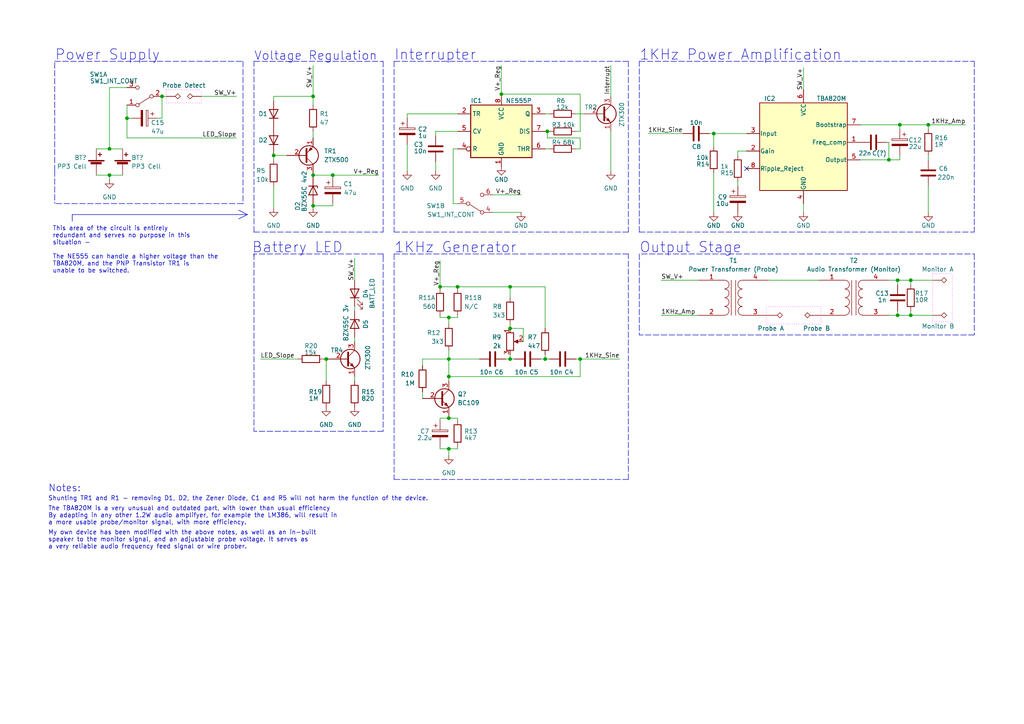
<source format=kicad_sch>
(kicad_sch (version 20211123) (generator eeschema)
  (paper "A4")
  (title_block (title "BT 87F Oscillator") (date "29 Oct 2022") (company "Reverse Engineered by ADBeta") (comment 2 "See notes for modifications"))
  (lib_symbols
    (symbol "Connector:TestPoint_Alt" (pin_numbers hide) (pin_names (offset 0.762) hide)
      (property "Reference" "TP" (at 0 6.858 0))
      (property "Value" "TestPoint_Alt" (at 0 5.08 0))
      (symbol "TestPoint_Alt_0_1"
        (polyline (pts (xy 0 2.54) (xy -0.762 3.302) (xy 0 4.064) (xy 0.762 3.302) (xy 0 2.54)))
      )
      (symbol "TestPoint_Alt_1_1"
        (pin passive line (at 0 0 90) (length 2.54) (name "1") (number "1"))
      )
    )
    (symbol "Device:Battery_Cell" (pin_numbers hide) (pin_names (offset 0) hide)
      (property "Reference" "BT" (at 2.54 2.54 0))
      (property "Value" "Battery_Cell" (at 2.54 0 0))
      (symbol "Battery_Cell_0_1"
        (rectangle (start -2.286 1.778) (end 2.286 1.524) (fill (type outline)))
        (rectangle (start -1.5748 1.1938) (end 1.4732 0.6858) (fill (type outline)))
        (polyline (pts (xy 0 0.762) (xy 0 0)))
        (polyline (pts (xy 0 1.778) (xy 0 2.54)))
        (polyline (pts (xy 0.508 3.429) (xy 1.524 3.429)) (stroke (width 0.254)))
        (polyline (pts (xy 1.016 3.937) (xy 1.016 2.921)) (stroke (width 0.254)))
      )
      (symbol "Battery_Cell_1_1"
        (pin passive line (at 0 5.08 270) (length 2.54) (name "+") (number "1"))
        (pin passive line (at 0 -2.54 90) (length 2.54) (name "-") (number "2"))
      )
    )
    (symbol "Device:C" (pin_numbers hide) (pin_names (offset 0.254))
      (property "Reference" "C" (at 0.635 2.54 0))
      (property "Value" "C" (at 0.635 -2.54 0))
      (symbol "C_0_1"
        (polyline (pts (xy -2.032 -0.762) (xy 2.032 -0.762)) (stroke (width 0.508)))
        (polyline (pts (xy -2.032 0.762) (xy 2.032 0.762)) (stroke (width 0.508)))
      )
      (symbol "C_1_1"
        (pin passive line (at 0 3.81 270) (length 2.794) (name "~") (number "1"))
        (pin passive line (at 0 -3.81 90) (length 2.794) (name "~") (number "2"))
      )
    )
    (symbol "Device:C_Polarized" (pin_numbers hide) (pin_names (offset 0.254))
      (property "Reference" "C" (at 0.635 2.54 0))
      (property "Value" "C_Polarized" (at 0.635 -2.54 0))
      (symbol "C_Polarized_0_1"
        (rectangle (start -2.286 0.508) (end 2.286 1.016))
        (polyline (pts (xy -1.778 2.286) (xy -0.762 2.286)))
        (polyline (pts (xy -1.27 2.794) (xy -1.27 1.778)))
        (rectangle (start 2.286 -0.508) (end -2.286 -1.016) (fill (type outline)))
      )
      (symbol "C_Polarized_1_1"
        (pin passive line (at 0 3.81 270) (length 2.794) (name "~") (number "1"))
        (pin passive line (at 0 -3.81 90) (length 2.794) (name "~") (number "2"))
      )
    )
    (symbol "Device:D" (pin_numbers hide) (pin_names (offset 1.016) hide)
      (property "Reference" "D" (at 0 2.54 0))
      (property "Value" "D" (at 0 -2.54 0))
      (symbol "D_0_1"
        (polyline (pts (xy -1.27 1.27) (xy -1.27 -1.27)) (stroke (width 0.254)))
        (polyline (pts (xy 1.27 0) (xy -1.27 0)))
        (polyline (pts (xy 1.27 1.27) (xy 1.27 -1.27) (xy -1.27 0) (xy 1.27 1.27)) (stroke (width 0.254)))
      )
      (symbol "D_1_1"
        (pin passive line (at -3.81 0 0) (length 2.54) (name "K") (number "1"))
        (pin passive line (at 3.81 0 180) (length 2.54) (name "A") (number "2"))
      )
    )
    (symbol "Device:D_Zener" (pin_numbers hide) (pin_names (offset 1.016) hide)
      (property "Reference" "D" (at 0 2.54 0))
      (property "Value" "D_Zener" (at 0 -2.54 0))
      (symbol "D_Zener_0_1"
        (polyline (pts (xy 1.27 0) (xy -1.27 0)))
        (polyline (pts (xy -1.27 -1.27) (xy -1.27 1.27) (xy -0.762 1.27)) (stroke (width 0.254)))
        (polyline (pts (xy 1.27 -1.27) (xy 1.27 1.27) (xy -1.27 0) (xy 1.27 -1.27)) (stroke (width 0.254)))
      )
      (symbol "D_Zener_1_1"
        (pin passive line (at -3.81 0 0) (length 2.54) (name "K") (number "1"))
        (pin passive line (at 3.81 0 180) (length 2.54) (name "A") (number "2"))
      )
    )
    (symbol "Device:LED" (pin_numbers hide) (pin_names (offset 1.016) hide)
      (property "Reference" "D" (at 0 2.54 0))
      (property "Value" "LED" (at 0 -2.54 0))
      (symbol "LED_0_1"
        (polyline (pts (xy -1.27 -1.27) (xy -1.27 1.27)) (stroke (width 0.254)))
        (polyline (pts (xy -1.27 0) (xy 1.27 0)))
        (polyline (pts (xy 1.27 -1.27) (xy 1.27 1.27) (xy -1.27 0) (xy 1.27 -1.27)) (stroke (width 0.254)))
        (polyline (pts (xy -3.048 -0.762) (xy -4.572 -2.286) (xy -3.81 -2.286) (xy -4.572 -2.286) (xy -4.572 -1.524)))
        (polyline (pts (xy -1.778 -0.762) (xy -3.302 -2.286) (xy -2.54 -2.286) (xy -3.302 -2.286) (xy -3.302 -1.524)))
      )
      (symbol "LED_1_1"
        (pin passive line (at -3.81 0 0) (length 2.54) (name "K") (number "1"))
        (pin passive line (at 3.81 0 180) (length 2.54) (name "A") (number "2"))
      )
    )
    (symbol "Device:Q_NPN_EBC" (pin_names (offset 0) hide)
      (property "Reference" "Q" (at 5.08 1.27 0))
      (property "Value" "Q_NPN_EBC" (at 5.08 -1.27 0))
      (symbol "Q_NPN_EBC_0_1"
        (polyline (pts (xy 0.635 0.635) (xy 2.54 2.54)))
        (polyline (pts (xy 0.635 -0.635) (xy 2.54 -2.54) (xy 2.54 -2.54)))
        (polyline (pts (xy 0.635 1.905) (xy 0.635 -1.905) (xy 0.635 -1.905)) (stroke (width 0.508)))
        (polyline (pts (xy 1.27 -1.778) (xy 1.778 -1.27) (xy 2.286 -2.286) (xy 1.27 -1.778) (xy 1.27 -1.778)) (fill (type outline)))
        (circle (center 1.27 0) (radius 2.8194) (stroke (width 0.254)))
      )
      (symbol "Q_NPN_EBC_1_1"
        (pin passive line (at 2.54 -5.08 90) (length 2.54) (name "E") (number "1"))
        (pin passive line (at -5.08 0 0) (length 5.715) (name "B") (number "2"))
        (pin passive line (at 2.54 5.08 270) (length 2.54) (name "C") (number "3"))
      )
    )
    (symbol "Device:Q_PNP_EBC" (pin_names (offset 0) hide)
      (property "Reference" "Q" (at 5.08 1.27 0))
      (property "Value" "Q_PNP_EBC" (at 5.08 -1.27 0))
      (symbol "Q_PNP_EBC_0_1"
        (polyline (pts (xy 0.635 0.635) (xy 2.54 2.54)))
        (polyline (pts (xy 0.635 -0.635) (xy 2.54 -2.54) (xy 2.54 -2.54)))
        (polyline (pts (xy 0.635 1.905) (xy 0.635 -1.905) (xy 0.635 -1.905)) (stroke (width 0.508)))
        (polyline (pts (xy 2.286 -1.778) (xy 1.778 -2.286) (xy 1.27 -1.27) (xy 2.286 -1.778) (xy 2.286 -1.778)) (fill (type outline)))
        (circle (center 1.27 0) (radius 2.8194) (stroke (width 0.254)))
      )
      (symbol "Q_PNP_EBC_1_1"
        (pin passive line (at 2.54 -5.08 90) (length 2.54) (name "E") (number "1"))
        (pin input line (at -5.08 0 0) (length 5.715) (name "B") (number "2"))
        (pin passive line (at 2.54 5.08 270) (length 2.54) (name "C") (number "3"))
      )
    )
    (symbol "Device:R" (pin_numbers hide) (pin_names (offset 0))
      (property "Reference" "R" (at 2.032 0 90))
      (property "Value" "R" (at 0 0 90))
      (symbol "R_0_1"
        (rectangle (start -1.016 -2.54) (end 1.016 2.54) (stroke (width 0.254)))
      )
      (symbol "R_1_1"
        (pin passive line (at 0 3.81 270) (length 1.27) (name "~") (number "1"))
        (pin passive line (at 0 -3.81 90) (length 1.27) (name "~") (number "2"))
      )
    )
    (symbol "Device:R_Potentiometer" (pin_names (offset 1.016) hide)
      (property "Reference" "RV" (at -4.445 0 90))
      (property "Value" "R_Potentiometer" (at -2.54 0 90))
      (symbol "R_Potentiometer_0_1"
        (polyline (pts (xy 2.54 0) (xy 1.524 0)))
        (polyline (pts (xy 1.143 0) (xy 2.286 0.508) (xy 2.286 -0.508) (xy 1.143 0)) (fill (type outline)))
        (rectangle (start 1.016 2.54) (end -1.016 -2.54) (stroke (width 0.254)))
      )
      (symbol "R_Potentiometer_1_1"
        (pin passive line (at 0 3.81 270) (length 1.27) (name "1") (number "1"))
        (pin passive line (at 3.81 0 180) (length 1.27) (name "2") (number "2"))
        (pin passive line (at 0 -3.81 90) (length 1.27) (name "3") (number "3"))
      )
    )
    (symbol "Device:Transformer_1P_1S" (pin_names (offset 1.016) hide)
      (property "Reference" "T" (at 0 6.35 0))
      (property "Value" "Transformer_1P_1S" (at 0 -7.62 0))
      (symbol "Transformer_1P_1S_0_1"
        (arc (start -2.54 -5.0546) (mid -1.6599 -4.6901) (end -1.27 -3.81))
        (arc (start -2.54 -2.5146) (mid -1.6599 -2.1501) (end -1.27 -1.27))
        (arc (start -2.54 0.0254) (mid -1.6599 0.3899) (end -1.27 1.27))
        (arc (start -2.54 2.5654) (mid -1.6599 2.9299) (end -1.27 3.81))
        (arc (start -1.27 -3.81) (mid -1.642 -2.912) (end -2.54 -2.54))
        (arc (start -1.27 -1.27) (mid -1.642 -0.372) (end -2.54 0))
        (arc (start -1.27 1.27) (mid -1.642 2.168) (end -2.54 2.54))
        (arc (start -1.27 3.81) (mid -1.642 4.708) (end -2.54 5.08))
        (polyline (pts (xy -0.635 5.08) (xy -0.635 -5.08)))
        (polyline (pts (xy 0.635 -5.08) (xy 0.635 5.08)))
        (arc (start 1.2954 -1.27) (mid 1.6599 -2.1501) (end 2.54 -2.5146))
        (arc (start 1.2954 1.27) (mid 1.6599 0.3899) (end 2.54 0.0254))
        (arc (start 1.2954 3.81) (mid 1.6599 2.9299) (end 2.54 2.5654))
        (arc (start 1.3208 -3.81) (mid 1.6853 -4.6901) (end 2.5654 -5.0546))
        (arc (start 2.54 0) (mid 1.642 -0.372) (end 1.2954 -1.27))
        (arc (start 2.54 2.54) (mid 1.642 2.168) (end 1.2954 1.27))
        (arc (start 2.54 5.08) (mid 1.642 4.708) (end 1.2954 3.81))
        (arc (start 2.5654 -2.54) (mid 1.6674 -2.912) (end 1.3208 -3.81))
      )
      (symbol "Transformer_1P_1S_1_1"
        (pin passive line (at -10.16 5.08 0) (length 7.62) (name "AA") (number "1"))
        (pin passive line (at -10.16 -5.08 0) (length 7.62) (name "AB") (number "2"))
        (pin passive line (at 10.16 -5.08 180) (length 7.62) (name "SA") (number "3"))
        (pin passive line (at 10.16 5.08 180) (length 7.62) (name "SB") (number "4"))
      )
    )
    (symbol "Switch:SW_DPDT_x2" (pin_names (offset 0) hide)
      (property "Reference" "SW" (at 0 4.318 0))
      (property "Value" "SW_DPDT_x2" (at 0 -5.08 0))
      (symbol "SW_DPDT_x2_0_0"
        (circle (center -2.032 0) (radius 0.508))
        (circle (center 2.032 -2.54) (radius 0.508))
      )
      (symbol "SW_DPDT_x2_0_1"
        (polyline (pts (xy -1.524 0.254) (xy 1.651 2.286)))
        (circle (center 2.032 2.54) (radius 0.508))
      )
      (symbol "SW_DPDT_x2_1_1"
        (pin passive line (at 5.08 2.54 180) (length 2.54) (name "A") (number "1"))
        (pin passive line (at -5.08 0 0) (length 2.54) (name "B") (number "2"))
        (pin passive line (at 5.08 -2.54 180) (length 2.54) (name "C") (number "3"))
      )
      (symbol "SW_DPDT_x2_2_1"
        (pin passive line (at 5.08 2.54 180) (length 2.54) (name "A") (number "4"))
        (pin passive line (at -5.08 0 0) (length 2.54) (name "B") (number "5"))
        (pin passive line (at 5.08 -2.54 180) (length 2.54) (name "C") (number "6"))
      )
    )
    (symbol "TBA820M_1" (pin_names (offset 0.127))
      (property "Reference" "U" (at -7.62 13.97 0))
      (property "Value" "TBA820M_1" (at 1.27 13.97 0))
      (symbol "TBA820M_1_0_1"
        (rectangle (start -12.7 12.7) (end 12.7 -12.7) (stroke (width 0.24)) (fill (type background)))
      )
      (symbol "TBA820M_1_1_1"
        (pin input line (at 16.51 1.27 180) (length 3.81) (name "Freq_comp") (number "1"))
        (pin input line (at -16.51 -1.27 0) (length 3.81) (name "Gain") (number "2"))
        (pin input line (at -16.51 3.81 0) (length 3.81) (name "Input") (number "3"))
        (pin power_in line (at 0 -16.51 90) (length 3.81) (name "GND") (number "4"))
        (pin output line (at 16.51 -3.81 180) (length 3.81) (name "Output") (number "5"))
        (pin power_in line (at 0 16.51 270) (length 3.81) (name "VCC") (number "6"))
        (pin input line (at 16.51 6.35 180) (length 3.81) (name "Bootstrap") (number "7"))
        (pin input line (at -16.51 -6.35 0) (length 3.81) (name "Ripple_Reject") (number "8"))
      )
    )
    (symbol "Timer:NA555P"
      (property "Reference" "U" (at -10.16 8.89 0))
      (property "Value" "NA555P" (at 2.54 8.89 0))
      (symbol "NA555P_0_0"
        (pin power_in line (at 0 -10.16 90) (length 2.54) (name "GND") (number "1"))
        (pin power_in line (at 0 10.16 270) (length 2.54) (name "VCC") (number "8"))
      )
      (symbol "NA555P_0_1"
        (rectangle (start -8.89 -7.62) (end 8.89 7.62) (stroke (width 0.254)) (fill (type background)))
        (rectangle (start -8.89 -7.62) (end 8.89 7.62) (stroke (width 0.254)) (fill (type background)))
      )
      (symbol "NA555P_1_1"
        (pin input line (at -12.7 5.08 0) (length 3.81) (name "TR") (number "2"))
        (pin output line (at 12.7 5.08 180) (length 3.81) (name "Q") (number "3"))
        (pin input inverted (at -12.7 -5.08 0) (length 3.81) (name "R") (number "4"))
        (pin input line (at -12.7 0 0) (length 3.81) (name "CV") (number "5"))
        (pin input line (at 12.7 -5.08 180) (length 3.81) (name "THR") (number "6"))
        (pin input line (at 12.7 0 180) (length 3.81) (name "DIS") (number "7"))
      )
    )
    (symbol "Transistor_BJT:BC109" (pin_names (offset 0) hide)
      (property "Reference" "Q" (at 5.08 1.905 0))
      (property "Value" "BC109" (at 5.08 0 0))
      (symbol "BC109_0_1"
        (polyline (pts (xy 0.635 0.635) (xy 2.54 2.54)))
        (polyline (pts (xy 0.635 -0.635) (xy 2.54 -2.54) (xy 2.54 -2.54)))
        (polyline (pts (xy 0.635 1.905) (xy 0.635 -1.905) (xy 0.635 -1.905)) (stroke (width 0.508)))
        (polyline (pts (xy 1.27 -1.778) (xy 1.778 -1.27) (xy 2.286 -2.286) (xy 1.27 -1.778) (xy 1.27 -1.778)) (fill (type outline)))
        (circle (center 1.27 0) (radius 2.8194) (stroke (width 0.254)))
      )
      (symbol "BC109_1_1"
        (pin passive line (at 2.54 -5.08 90) (length 2.54) (name "E") (number "1"))
        (pin input line (at -5.08 0 0) (length 5.715) (name "B") (number "2"))
        (pin passive line (at 2.54 5.08 270) (length 2.54) (name "C") (number "3"))
      )
    )
    (symbol "power:GND" (power) (pin_names (offset 0))
      (property "Value" "GND" (at 0 -3.81 0))
      (symbol "GND_0_1"
        (polyline (pts (xy 0 0) (xy 0 -1.27) (xy 1.27 -1.27) (xy 0 -2.54) (xy -1.27 -1.27) (xy 0 -1.27)))
      )
      (symbol "GND_1_1"
        (pin power_in line (at 0 0 270) (length 0) hide (name "GND") (number "1"))
      )
    )
  )
  (junction (at 147.955 83.185))
  (junction (at 260.35 81.28))
  (junction (at 46.99 27.94))
  (junction (at 207.01 38.735))
  (junction (at 96.52 50.8))
  (junction (at 130.175 92.075))
  (junction (at 130.175 109.22))
  (junction (at 94.615 104.14))
  (junction (at 132.715 83.185))
  (junction (at 79.375 45.085))
  (junction (at 130.175 121.285))
  (junction (at 257.81 46.355))
  (junction (at 130.175 130.175))
  (junction (at 260.35 91.44))
  (junction (at 168.275 104.14))
  (junction (at 31.75 50.8))
  (junction (at 158.75 38.1))
  (junction (at 127.635 83.185))
  (junction (at 90.805 59.69))
  (junction (at 269.24 36.195))
  (junction (at 264.16 81.28))
  (junction (at 260.985 36.195))
  (junction (at 130.175 104.14))
  (junction (at 36.83 34.29))
  (junction (at 147.955 104.14))
  (junction (at 90.805 50.8))
  (junction (at 145.415 27.305))
  (junction (at 158.115 104.14))
  (junction (at 264.16 91.44))
  (junction (at 147.955 95.25))
  (junction (at 31.75 43.18))
  (junction (at 90.805 27.94))
  (no_connect (at 216.535 48.895))
  (wire (pts (xy 158.115 104.14) (xy 158.115 102.87)))
  (wire (pts (xy 156.845 104.14) (xy 158.115 104.14)))
  (wire (pts (xy 167.005 38.1) (xy 168.275 38.1)))
  (wire (pts (xy 127.635 75.565) (xy 127.635 83.185)))
  (polyline (pts (xy 182.245 17.78) (xy 182.245 67.31)))
  (polyline (pts (xy 20.955 64.135) (xy 20.955 62.23)) (stroke (width 0) (type solid)))
  (wire (pts (xy 147.955 95.25) (xy 151.765 95.25)))
  (wire (pts (xy 90.805 59.69) (xy 90.805 60.325)))
  (polyline (pts (xy 48.26 29.845) (xy 58.42 29.845)) (stroke (width 0) (type dot) (color 255 0 255 1)))
  (polyline (pts (xy 73.66 73.66) (xy 73.66 125.095)))
  (wire (pts (xy 130.175 104.14) (xy 130.175 109.22)))
  (wire (pts (xy 131.445 43.18) (xy 132.715 43.18)))
  (wire (pts (xy 177.165 38.1) (xy 177.165 49.53)))
  (wire (pts (xy 145.415 19.05) (xy 145.415 27.305)))
  (wire (pts (xy 36.83 34.29) (xy 36.83 30.48)))
  (wire (pts (xy 96.52 50.8) (xy 109.855 50.8)))
  (wire (pts (xy 94.615 104.14) (xy 95.25 104.14)))
  (wire (pts (xy 158.75 38.1) (xy 158.75 40.005)))
  (wire (pts (xy 127.635 83.185) (xy 132.715 83.185)))
  (wire (pts (xy 96.52 50.8) (xy 96.52 51.435)))
  (wire (pts (xy 79.375 53.975) (xy 79.375 60.325)))
  (wire (pts (xy 130.175 121.285) (xy 132.715 121.285)))
  (wire (pts (xy 127.635 121.285) (xy 130.175 121.285)))
  (wire (pts (xy 127.635 130.175) (xy 130.175 130.175)))
  (wire (pts (xy 260.985 46.355) (xy 260.985 45.085)))
  (polyline (pts (xy 282.575 73.66) (xy 282.575 97.155)))
  (wire (pts (xy 102.87 90.17) (xy 102.87 88.9)))
  (wire (pts (xy 79.375 45.085) (xy 83.185 45.085)))
  (polyline (pts (xy 185.42 67.31) (xy 185.42 17.78)))
  (wire (pts (xy 147.955 102.87) (xy 147.955 104.14)))
  (polyline (pts (xy 114.3 73.66) (xy 114.3 139.065)))
  (wire (pts (xy 260.985 36.195) (xy 260.985 37.465)))
  (wire (pts (xy 158.75 38.1) (xy 159.385 38.1)))
  (polyline (pts (xy 238.125 93.98) (xy 222.25 93.98)) (stroke (width 0) (type dot) (color 255 0 255 1)))
  (wire (pts (xy 264.16 81.28) (xy 270.51 81.28)))
  (wire (pts (xy 132.715 83.185) (xy 132.715 83.82)))
  (wire (pts (xy 233.045 19.685) (xy 233.045 26.035)))
  (wire (pts (xy 94.615 110.49) (xy 94.615 104.14)))
  (polyline (pts (xy 185.42 73.66) (xy 185.42 97.155)))
  (wire (pts (xy 260.985 36.195) (xy 269.24 36.195)))
  (polyline (pts (xy 270.51 79.375) (xy 276.225 79.375)) (stroke (width 0) (type dot) (color 255 0 255 1)))
  (wire (pts (xy 90.805 50.165) (xy 90.805 50.8)))
  (wire (pts (xy 127.635 83.82) (xy 127.635 83.185)))
  (wire (pts (xy 122.555 104.14) (xy 130.175 104.14)))
  (polyline (pts (xy 73.66 67.31) (xy 111.125 67.31)))
  (wire (pts (xy 167.005 104.14) (xy 168.275 104.14)))
  (wire (pts (xy 213.995 52.705) (xy 213.995 53.975)))
  (wire (pts (xy 79.375 27.94) (xy 90.805 27.94)))
  (wire (pts (xy 79.375 44.45) (xy 79.375 45.085)))
  (wire (pts (xy 130.175 109.22) (xy 130.175 110.49)))
  (wire (pts (xy 75.565 104.14) (xy 86.36 104.14)))
  (polyline (pts (xy 282.575 17.78) (xy 282.575 67.31)))
  (wire (pts (xy 127.635 129.54) (xy 127.635 130.175)))
  (polyline (pts (xy 69.215 63.5) (xy 71.755 62.23)) (stroke (width 0) (type solid)))
  (polyline (pts (xy 111.125 17.78) (xy 111.125 67.31)))
  (wire (pts (xy 96.52 59.69) (xy 96.52 59.055)))
  (wire (pts (xy 216.535 43.815) (xy 213.995 43.815)))
  (wire (pts (xy 130.175 101.6) (xy 130.175 104.14)))
  (polyline (pts (xy 73.66 73.66) (xy 73.66 74.295)))
  (wire (pts (xy 132.715 130.175) (xy 132.715 129.54)))
  (wire (pts (xy 158.115 83.185) (xy 147.955 83.185)))
  (wire (pts (xy 145.415 27.305) (xy 168.275 27.305)))
  (polyline (pts (xy 182.245 67.31) (xy 114.3 67.31)))
  (wire (pts (xy 167.005 33.02) (xy 169.545 33.02)))
  (wire (pts (xy 249.555 36.195) (xy 260.985 36.195)))
  (polyline (pts (xy 48.26 26.035) (xy 48.26 29.845)) (stroke (width 0) (type dot) (color 255 0 255 1)))
  (wire (pts (xy 147.955 104.14) (xy 149.225 104.14)))
  (wire (pts (xy 222.885 81.28) (xy 237.49 81.28)))
  (wire (pts (xy 132.715 83.185) (xy 147.955 83.185)))
  (polyline (pts (xy 15.875 49.53) (xy 15.875 17.78)))
  (wire (pts (xy 31.75 50.8) (xy 35.56 50.8)))
  (polyline (pts (xy 222.25 93.98) (xy 222.25 88.9)) (stroke (width 0) (type dot) (color 255 0 255 1)))
  (wire (pts (xy 102.87 97.79) (xy 102.87 99.06)))
  (wire (pts (xy 146.685 104.14) (xy 147.955 104.14)))
  (wire (pts (xy 130.175 109.22) (xy 168.275 109.22)))
  (wire (pts (xy 36.83 40.005) (xy 68.58 40.005)))
  (polyline (pts (xy 111.125 74.295) (xy 111.125 125.095)))
  (wire (pts (xy 158.75 40.005) (xy 168.275 40.005)))
  (wire (pts (xy 257.81 46.355) (xy 260.985 46.355)))
  (wire (pts (xy 158.115 33.02) (xy 159.385 33.02)))
  (wire (pts (xy 130.175 104.14) (xy 139.065 104.14)))
  (wire (pts (xy 130.175 130.175) (xy 130.175 132.08)))
  (wire (pts (xy 79.375 29.21) (xy 79.375 27.94)))
  (wire (pts (xy 58.42 27.94) (xy 68.58 27.94)))
  (wire (pts (xy 79.375 45.085) (xy 79.375 46.355)))
  (polyline (pts (xy 73.66 67.31) (xy 73.66 17.78)))
  (wire (pts (xy 269.24 45.085) (xy 269.24 46.355)))
  (wire (pts (xy 130.175 92.075) (xy 130.175 93.98)))
  (polyline (pts (xy 48.26 26.035) (xy 58.42 26.035)) (stroke (width 0) (type dot) (color 255 0 255 1)))
  (polyline (pts (xy 114.3 73.66) (xy 182.245 73.66)))
  (polyline (pts (xy 15.875 49.53) (xy 15.875 59.055)))
  (wire (pts (xy 257.81 41.275) (xy 257.175 41.275)))
  (wire (pts (xy 127.635 92.075) (xy 130.175 92.075)))
  (wire (pts (xy 257.81 81.28) (xy 260.35 81.28)))
  (polyline (pts (xy 185.42 17.78) (xy 282.575 17.78)))
  (wire (pts (xy 130.175 120.65) (xy 130.175 121.285)))
  (wire (pts (xy 177.165 19.05) (xy 177.165 27.94)))
  (wire (pts (xy 264.16 81.28) (xy 264.16 82.55)))
  (wire (pts (xy 102.87 109.22) (xy 102.87 110.49)))
  (wire (pts (xy 158.115 43.18) (xy 159.385 43.18)))
  (wire (pts (xy 257.81 46.355) (xy 257.81 41.275)))
  (wire (pts (xy 202.565 91.44) (xy 191.77 91.44)))
  (wire (pts (xy 127.635 91.44) (xy 127.635 92.075)))
  (wire (pts (xy 205.74 38.735) (xy 207.01 38.735)))
  (wire (pts (xy 249.555 46.355) (xy 257.81 46.355)))
  (wire (pts (xy 102.87 74.93) (xy 102.87 81.28)))
  (wire (pts (xy 269.24 53.975) (xy 269.24 61.595)))
  (polyline (pts (xy 69.215 60.96) (xy 71.755 62.23)) (stroke (width 0) (type solid)))
  (wire (pts (xy 118.11 33.02) (xy 118.11 34.29)))
  (wire (pts (xy 269.24 36.195) (xy 280.035 36.195)))
  (wire (pts (xy 38.1 34.29) (xy 36.83 34.29)))
  (wire (pts (xy 168.275 43.18) (xy 167.005 43.18)))
  (wire (pts (xy 36.83 25.4) (xy 31.75 25.4)))
  (polyline (pts (xy 276.225 93.345) (xy 276.225 79.375)) (stroke (width 0) (type dot) (color 255 0 255 1)))
  (wire (pts (xy 122.555 113.665) (xy 122.555 115.57)))
  (wire (pts (xy 46.99 34.29) (xy 46.99 27.94)))
  (polyline (pts (xy 238.125 88.9) (xy 238.125 93.98)) (stroke (width 0) (type dot) (color 255 0 255 1)))
  (polyline (pts (xy 15.875 17.78) (xy 70.485 17.78)))
  (wire (pts (xy 269.24 36.195) (xy 269.24 37.465)))
  (wire (pts (xy 168.275 27.305) (xy 168.275 38.1)))
  (polyline (pts (xy 182.245 139.065) (xy 182.245 73.66)))
  (polyline (pts (xy 270.51 93.345) (xy 276.225 93.345)) (stroke (width 0) (type dot) (color 255 0 255 1)))
  (wire (pts (xy 90.805 50.8) (xy 96.52 50.8)))
  (wire (pts (xy 260.35 90.17) (xy 260.35 91.44)))
  (wire (pts (xy 207.01 50.165) (xy 207.01 61.595)))
  (wire (pts (xy 191.77 81.28) (xy 202.565 81.28)))
  (wire (pts (xy 168.275 40.005) (xy 168.275 43.18)))
  (wire (pts (xy 145.415 27.305) (xy 145.415 27.94)))
  (polyline (pts (xy 270.51 79.375) (xy 270.51 93.345)) (stroke (width 0) (type dot) (color 255 0 255 1)))
  (wire (pts (xy 90.805 59.055) (xy 90.805 59.69)))
  (wire (pts (xy 122.555 104.14) (xy 122.555 106.045)))
  (polyline (pts (xy 70.485 17.78) (xy 70.485 59.055)))
  (wire (pts (xy 264.16 91.44) (xy 270.51 91.44)))
  (wire (pts (xy 142.875 56.515) (xy 151.13 56.515)))
  (wire (pts (xy 131.445 59.055) (xy 132.715 59.055)))
  (wire (pts (xy 147.955 83.185) (xy 147.955 86.36)))
  (polyline (pts (xy 58.42 29.845) (xy 58.42 26.035)) (stroke (width 0) (type dot) (color 255 0 255 1)))
  (polyline (pts (xy 111.125 74.295) (xy 111.125 73.66)))
  (wire (pts (xy 93.98 104.14) (xy 94.615 104.14)))
  (wire (pts (xy 90.805 19.05) (xy 90.805 27.94)))
  (wire (pts (xy 31.75 25.4) (xy 31.75 43.18)))
  (polyline (pts (xy 222.25 88.9) (xy 238.125 88.9)) (stroke (width 0) (type dot) (color 255 0 255 1)))
  (wire (pts (xy 36.83 34.29) (xy 36.83 40.005)))
  (wire (pts (xy 46.99 27.94) (xy 48.26 27.94)))
  (polyline (pts (xy 114.3 17.78) (xy 182.245 17.78)))
  (wire (pts (xy 168.275 104.14) (xy 168.275 109.22)))
  (wire (pts (xy 132.715 92.075) (xy 132.715 91.44)))
  (polyline (pts (xy 114.3 139.065) (xy 182.245 139.065)))
  (wire (pts (xy 90.805 50.8) (xy 90.805 51.435)))
  (wire (pts (xy 187.96 38.735) (xy 198.12 38.735)))
  (wire (pts (xy 158.115 95.25) (xy 158.115 83.185)))
  (wire (pts (xy 260.35 81.28) (xy 260.35 82.55)))
  (wire (pts (xy 132.715 33.02) (xy 118.11 33.02)))
  (polyline (pts (xy 114.3 17.78) (xy 114.3 67.31)))
  (wire (pts (xy 127.635 121.92) (xy 127.635 121.285)))
  (wire (pts (xy 31.75 50.8) (xy 31.75 52.07)))
  (wire (pts (xy 130.175 130.175) (xy 132.715 130.175)))
  (wire (pts (xy 90.805 38.1) (xy 90.805 40.005)))
  (polyline (pts (xy 186.055 73.66) (xy 282.575 73.66)))
  (wire (pts (xy 158.115 38.1) (xy 158.75 38.1)))
  (wire (pts (xy 158.115 104.14) (xy 159.385 104.14)))
  (wire (pts (xy 118.11 41.91) (xy 118.11 49.53)))
  (polyline (pts (xy 20.955 62.23) (xy 71.755 62.23)) (stroke (width 0) (type solid)))
  (wire (pts (xy 213.995 43.815) (xy 213.995 45.085)))
  (wire (pts (xy 264.16 91.44) (xy 264.16 90.17)))
  (wire (pts (xy 142.875 61.595) (xy 151.13 61.595)))
  (wire (pts (xy 90.805 27.94) (xy 90.805 30.48)))
  (polyline (pts (xy 111.125 125.095) (xy 73.66 125.095)))
  (wire (pts (xy 132.715 121.285) (xy 132.715 121.92)))
  (wire (pts (xy 168.275 104.14) (xy 179.705 104.14)))
  (polyline (pts (xy 73.66 17.78) (xy 111.125 17.78)))
  (wire (pts (xy 257.81 91.44) (xy 260.35 91.44)))
  (wire (pts (xy 147.955 93.98) (xy 147.955 95.25)))
  (polyline (pts (xy 282.575 97.155) (xy 185.42 97.155)))
  (wire (pts (xy 31.75 43.18) (xy 35.56 43.18)))
  (polyline (pts (xy 185.42 67.31) (xy 282.575 67.31)))
  (wire (pts (xy 45.72 34.29) (xy 46.99 34.29)))
  (wire (pts (xy 233.045 59.055) (xy 233.045 61.595)))
  (wire (pts (xy 207.01 38.735) (xy 207.01 42.545)))
  (wire (pts (xy 151.765 95.25) (xy 151.765 99.06)))
  (wire (pts (xy 207.01 38.735) (xy 216.535 38.735)))
  (wire (pts (xy 260.35 91.44) (xy 264.16 91.44)))
  (polyline (pts (xy 70.485 59.055) (xy 15.875 59.055)))
  (wire (pts (xy 126.365 46.99) (xy 126.365 49.53)))
  (wire (pts (xy 131.445 43.18) (xy 131.445 59.055)))
  (wire (pts (xy 27.94 43.18) (xy 31.75 43.18)))
  (wire (pts (xy 27.94 50.8) (xy 31.75 50.8)))
  (wire (pts (xy 126.365 38.1) (xy 132.715 38.1)))
  (wire (pts (xy 260.35 81.28) (xy 264.16 81.28)))
  (polyline (pts (xy 111.125 73.66) (xy 73.66 73.66)))
  (wire (pts (xy 130.175 92.075) (xy 132.715 92.075)))
  (wire (pts (xy 90.805 59.69) (xy 96.52 59.69)))
  (wire (pts (xy 126.365 39.37) (xy 126.365 38.1)))
  (text "Battery LED" (at 73.025 73.66 0) (effects (font (size 3 3)) (justify left bottom)))
  (text "This area of the circuit is entirely\nredundant and serves no purpose in this\nsituation -\n\nThe NE555 can handle a higher voltage than the\nTBA820M, and the PNP Transistor TR1 is \nunable to be switched." (at 15.24 79.375 0) (effects (font (size 1.27 1.27)) (justify left bottom)))
  (text "Power Supply" (at 15.875 17.78 0) (effects (font (size 3 3)) (justify left bottom)))
  (text "Output Stage" (at 185.42 73.66 0) (effects (font (size 3 3)) (justify left bottom)))
  (text "My own device has been modified with the above notes, as well as an in-built\nspeaker to the monitor signal, and an adjustable probe voltage. It serves as \na very reliable audio frequency feed signal or wire prober." (at 13.97 159.385 0) (effects (font (size 1.27 1.27)) (justify left bottom)))
  (text "The TBA820M is a very unusual and outdated part, with lower than usual efficiency\nBy adapting in any other 1.2W audio amplifyer, for example the LM386, will result in\na more usable probe/monitor signal, with more efficiency." (at 13.97 152.4 0) (effects (font (size 1.27 1.27)) (justify left bottom)))
  (text "Voltage Regulation\n" (at 73.66 17.78 0) (effects (font (size 2.5 2.5)) (justify left bottom)))
  (text "Interrupter" (at 114.3 17.78 0) (effects (font (size 3 3)) (justify left bottom)))
  (text "Shunting TR1 and R1 - removing D1, D2, the Zener Diode, C1 and R5 will not harm the function of the device." (at 13.97 145.415 0) (effects (font (size 1.27 1.27)) (justify left bottom)))
  (text "1KHz Power Amplification" (at 185.42 17.78 0) (effects (font (size 3 3)) (justify left bottom)))
  (text "1KHz Generator" (at 114.3 73.66 0) (effects (font (size 3 3)) (justify left bottom)))
  (text "Notes:" (at 13.97 142.875 0) (effects (font (size 2 2)) (justify left bottom)))
  (label "SW_V+" (at 102.87 74.93 270))
  (label "V+_Reg" (at 109.855 50.8 180))
  (label "SW_V+" (at 191.77 81.28 0))
  (label "SW_V+" (at 233.045 19.685 270))
  (label "Interrupt" (at 177.165 19.05 270))
  (label "1KHz_Sine" (at 179.705 104.14 180))
  (label "SW_V+" (at 90.805 19.05 270))
  (label "1KHz_Amp" (at 280.035 36.195 180))
  (label "1KHz_Sine" (at 187.96 38.735 0))
  (label "1KHz_Amp" (at 191.77 91.44 0))
  (label "V+_Reg" (at 145.415 19.05 270))
  (label "V+_Reg" (at 127.635 75.565 270))
  (label "V+_Reg" (at 151.13 56.515 180))
  (label "LED_Slope" (at 75.565 104.14 0))
  (label "SW_V+" (at 68.58 27.94 180))
  (label "LED_Slope" (at 68.58 40.005 180))
  (symbol (lib_id "power:GND") (at 90.805 60.325 0) (unit 1)
    (property "Reference" "#PWR?" (effects hide))
    (property "Value" "GND" (at 90.805 65.405 0))
  )
  (symbol (lib_id "Device:R") (at 207.01 46.355 0) (unit 1)
    (property "Reference" "R14" (at 201.93 47.625 0) (effects (justify left)))
    (property "Value" "10k" (at 201.93 45.72 0) (effects (justify left)))
  )
  (symbol (lib_id "Device:C") (at 253.365 41.275 90) (unit 1)
    (property "Reference" "C(?)" (at 257.175 44.45 90) (effects (justify left)))
    (property "Value" "22n" (at 252.73 44.45 90) (effects (justify left)))
  )
  (symbol (lib_id "Device:R") (at 130.175 97.79 0) (unit 1)
    (property "Reference" "R12" (at 123.825 96.52 0) (effects (justify left)))
    (property "Value" "3k3" (at 125.095 99.06 0) (effects (justify left)))
  )
  (symbol (lib_id "Switch:SW_DPDT_x2") (at 137.795 59.055 0) (mirror x) (unit 2)
    (property "Reference" "SW1" (at 126.365 59.69 0))
    (property "Value" "SW1_INT_CONT" (at 130.81 62.23 0))
  )
  (symbol (lib_id "power:GND") (at 207.01 61.595 0) (mirror y) (unit 1)
    (property "Reference" "#PWR?" (effects hide))
    (property "Value" "GND" (at 207.01 65.405 0))
  )
  (symbol (lib_id "power:GND") (at 79.375 60.325 0) (unit 1)
    (property "Reference" "#PWR?" (effects hide))
    (property "Value" "GND" (at 79.375 65.405 0))
  )
  (symbol (lib_id "Device:R") (at 163.195 33.02 270) (unit 1)
    (property "Reference" "R6" (at 161.29 29.21 90) (effects (justify left)))
    (property "Value" "12k" (at 161.29 31.115 90) (effects (justify left)))
  )
  (symbol (lib_id "power:GND") (at 213.995 61.595 0) (mirror y) (unit 1)
    (property "Reference" "#PWR?" (effects hide))
    (property "Value" "GND" (at 213.995 65.405 0))
  )
  (symbol (lib_id "Connector:TestPoint_Alt") (at 237.49 91.44 90) (unit 1)
    (property "Reference" "TP?" (effects hide))
    (property "Value" "Probe B" (at 236.855 95.25 90))
  )
  (symbol (lib_id "Device:R") (at 158.115 99.06 0) (unit 1)
    (property "Reference" "R7" (at 153.035 97.79 0) (effects (justify left)))
    (property "Value" "4k7" (at 153.035 100.33 0) (effects (justify left)))
  )
  (symbol (lib_id "Transistor_BJT:BC109") (at 127.635 115.57 0) (unit 1)
    (property "Reference" "Q?" (at 132.715 114.2999 0) (effects (justify left)))
    (property "Value" "BC109" (at 132.715 116.8399 0) (effects (justify left)))
    (property "Footprint" "Package_TO_SOT_THT:TO-18-3" (effects hide))
    (property "Datasheet" "http://www.farnell.com/datasheets/296634.pdf" (effects hide))
  )
  (symbol (lib_id "Device:C_Polarized") (at 260.985 41.275 0) (mirror y) (unit 1)
    (property "Reference" "C12" (at 265.43 40.64 0))
    (property "Value" "22u" (at 265.43 42.545 0))
  )
  (symbol (lib_id "Device:R") (at 102.87 114.3 0) (unit 1)
    (property "Reference" "R15" (at 104.775 113.665 0) (effects (justify left)))
    (property "Value" "820" (at 104.775 115.57 0) (effects (justify left)))
  )
  (symbol (lib_id "Connector:TestPoint_Alt") (at 222.885 91.44 270) (unit 1)
    (property "Reference" "TP?" (effects hide))
    (property "Value" "Probe A" (at 219.71 95.25 90) (effects (justify left)))
  )
  (symbol (lib_id "Device:Battery_Cell") (at 27.94 48.26 0) (unit 1)
    (property "Reference" "BT?" (at 21.59 45.72 0) (effects (justify left)))
    (property "Value" "PP3 Cell" (at 16.51 48.26 0) (effects (justify left)))
  )
  (symbol (lib_id "Device:Q_NPN_EBC") (at 100.33 104.14 0) (unit 1)
    (property "Reference" "TR4" (at 95.885 101.6 0) (effects (justify left)))
    (property "Value" "ZTX300" (at 106.68 107.315 90) (effects (justify left)))
  )
  (symbol (lib_id "power:GND") (at 31.75 52.07 0) (unit 1)
    (property "Reference" "#PWR?" (effects hide))
    (property "Value" "GND" (at 31.75 57.15 0))
  )
  (symbol (lib_id "Device:D_Zener") (at 102.87 93.98 270) (unit 1)
    (property "Reference" "D5" (at 106.045 92.71 0) (effects (justify left)))
    (property "Value" "BZX55C 3v" (at 100.33 88.265 0) (effects (justify left)))
  )
  (symbol (lib_id "Device:C_Polarized") (at 213.995 57.785 0) (unit 1)
    (property "Reference" "C9" (at 209.55 57.15 0))
    (property "Value" "10u" (at 209.55 59.055 0))
  )
  (symbol (lib_id "Device:R") (at 127.635 87.63 0) (unit 1)
    (property "Reference" "R11A" (at 121.285 86.36 0) (effects (justify left)))
    (property "Value" "560" (at 122.555 88.9 0) (effects (justify left)))
  )
  (symbol (lib_id "Device:Battery_Cell") (at 35.56 48.26 0) (unit 1)
    (property "Reference" "BT?" (at 38.1 45.72 0) (effects (justify left)))
    (property "Value" "PP3 Cell" (at 38.1 48.26 0) (effects (justify left)))
  )
  (symbol (lib_id "Device:C") (at 163.195 104.14 90) (unit 1)
    (property "Reference" "C4" (at 166.37 107.95 90) (effects (justify left)))
    (property "Value" "10n" (at 163.195 107.95 90) (effects (justify left)))
  )
  (symbol (lib_id "Device:C") (at 142.875 104.14 90) (unit 1)
    (property "Reference" "C6" (at 146.05 107.95 90) (effects (justify left)))
    (property "Value" "10n" (at 142.875 107.95 90) (effects (justify left)))
  )
  (symbol (lib_id "power:GND") (at 94.615 118.11 0) (unit 1)
    (property "Reference" "#PWR?" (effects hide))
    (property "Value" "GND" (at 94.615 123.19 0))
  )
  (symbol (lib_id "power:GND") (at 126.365 49.53 0) (unit 1)
    (property "Reference" "#PWR?" (effects hide))
    (property "Value" "GND" (at 126.365 54.61 0))
  )
  (symbol (lib_id "Connector:TestPoint_Alt") (at 270.51 91.44 270) (unit 1)
    (property "Reference" "TP?" (effects hide))
    (property "Value" "Monitor B" (at 267.335 94.615 90) (effects (justify left)))
  )
  (symbol (lib_id "Device:R") (at 269.24 41.275 180) (unit 1)
    (property "Reference" "R16" (at 274.955 40.005 0) (effects (justify left)))
    (property "Value" "1R" (at 273.685 41.91 0) (effects (justify left)))
  )
  (symbol (lib_id "Device:C") (at 153.035 104.14 90) (unit 1)
    (property "Reference" "C5" (at 156.21 107.95 90) (effects (justify left)))
    (property "Value" "10n" (at 153.035 107.95 90) (effects (justify left)))
  )
  (symbol (lib_id "power:GND") (at 233.045 61.595 0) (mirror y) (unit 1)
    (property "Reference" "#PWR?" (effects hide))
    (property "Value" "GND" (at 233.045 65.405 0))
  )
  (symbol (lib_id "Device:R") (at 79.375 50.165 0) (unit 1)
    (property "Reference" "R5" (at 74.295 49.53 0) (effects (justify left)))
    (property "Value" "10k" (at 74.295 52.07 0) (effects (justify left)))
  )
  (symbol (lib_id "power:GND") (at 145.415 48.26 0) (unit 1)
    (property "Reference" "#PWR?" (effects hide))
    (property "Value" "GND" (at 145.415 52.07 0))
  )
  (symbol (lib_id "Device:R_Potentiometer") (at 147.955 99.06 0) (unit 1)
    (property "Reference" "R9" (at 145.415 97.7899 0) (effects (justify right)))
    (property "Value" "2k" (at 145.415 100.3299 0) (effects (justify right)))
  )
  (symbol (lib_id "Connector:TestPoint_Alt") (at 270.51 81.28 270) (unit 1)
    (property "Reference" "TP?" (effects hide))
    (property "Value" "Monitor A" (at 267.335 78.105 90) (effects (justify left)))
  )
  (symbol (lib_id "Device:C") (at 201.93 38.735 270) (unit 1)
    (property "Reference" "C8" (at 200.66 42.545 90) (effects (justify left)))
    (property "Value" "10n" (at 200.025 35.56 90) (effects (justify left)))
  )
  (symbol (lib_id "Device:C_Polarized") (at 41.91 34.29 270) (unit 1)
    (property "Reference" "C15" (at 45.72 35.56 90))
    (property "Value" "47u" (at 45.72 38.1 90))
  )
  (symbol (lib_id "Device:D_Zener") (at 90.805 55.245 270) (unit 1)
    (property "Reference" "D2" (at 86.36 58.42 0) (effects (justify left)))
    (property "Value" "BZX55C 4v2" (at 88.265 49.53 0) (effects (justify left)))
  )
  (symbol (lib_name "TBA820M_1") (lib_id "Lib_Custom:TBA820M") (at 233.045 42.545 0) (unit 1)
    (property "Reference" "IC2" (at 221.615 28.575 0) (effects (justify left)))
    (property "Value" "TBA820M" (at 236.855 28.575 0) (effects (justify left)))
  )
  (symbol (lib_id "Device:Q_NPN_EBC") (at 174.625 33.02 0) (unit 1)
    (property "Reference" "TR2" (at 169.545 31.115 0) (effects (justify left)))
    (property "Value" "ZTX300" (at 180.34 36.83 90) (effects (justify left)))
  )
  (symbol (lib_id "Device:R") (at 132.715 125.73 0) (unit 1)
    (property "Reference" "R13" (at 134.62 125.095 0) (effects (justify left)))
    (property "Value" "4k7" (at 134.62 127 0) (effects (justify left)))
  )
  (symbol (lib_id "power:GND") (at 118.11 49.53 0) (unit 1)
    (property "Reference" "#PWR?" (effects hide))
    (property "Value" "GND" (at 118.11 54.61 0))
  )
  (symbol (lib_id "power:GND") (at 151.13 61.595 0) (mirror y) (unit 1)
    (property "Reference" "#PWR?" (effects hide))
    (property "Value" "GND" (at 151.13 65.405 0))
  )
  (symbol (lib_id "Device:R") (at 163.195 43.18 270) (unit 1)
    (property "Reference" "R4" (at 160.02 41.275 90) (effects (justify left)))
    (property "Value" "68k" (at 163.195 41.275 90) (effects (justify left)))
  )
  (symbol (lib_id "Device:R") (at 147.955 90.17 0) (unit 1)
    (property "Reference" "R8" (at 142.875 88.9 0) (effects (justify left)))
    (property "Value" "3k3" (at 142.875 91.44 0) (effects (justify left)))
  )
  (symbol (lib_id "power:GND") (at 130.175 132.08 0) (unit 1)
    (property "Reference" "#PWR?" (effects hide))
    (property "Value" "GND" (at 130.175 137.16 0))
  )
  (symbol (lib_id "Device:D") (at 79.375 33.02 90) (unit 1)
    (property "Reference" "D1" (at 74.93 33.02 90) (effects (justify right)))
    (property "Value" "D" (effects hide))
  )
  (symbol (lib_id "Device:C_Polarized") (at 118.11 38.1 0) (unit 1)
    (property "Reference" "C2" (at 122.555 37.465 0))
    (property "Value" "1u" (at 122.555 39.37 0))
  )
  (symbol (lib_id "Device:LED") (at 102.87 85.09 90) (unit 1)
    (property "Reference" "D4" (at 106.045 83.82 0) (effects (justify right)))
    (property "Value" "BATT_LED" (at 107.95 80.645 0) (effects (justify right)))
  )
  (symbol (lib_id "Device:R") (at 163.195 38.1 270) (unit 1)
    (property "Reference" "R3" (at 160.02 36.195 90) (effects (justify left)))
    (property "Value" "10k" (at 163.195 36.195 90) (effects (justify left)))
  )
  (symbol (lib_id "Device:C_Polarized") (at 127.635 125.73 0) (unit 1)
    (property "Reference" "C7" (at 123.19 125.095 0))
    (property "Value" "2.2u" (at 123.19 127 0))
  )
  (symbol (lib_id "Device:R") (at 122.555 109.855 0) (unit 1)
    (property "Reference" "R10" (at 116.205 108.585 0) (effects (justify left)))
    (property "Value" "1M" (at 117.475 111.125 0) (effects (justify left)))
  )
  (symbol (lib_id "Device:C") (at 260.35 86.36 180) (unit 1)
    (property "Reference" "C13" (at 257.81 85.09 0) (effects (justify left)))
    (property "Value" "1n" (at 257.175 86.995 0) (effects (justify left)))
  )
  (symbol (lib_id "Timer:NA555P") (at 145.415 38.1 0) (unit 1)
    (property "Reference" "IC1" (at 136.525 29.21 0) (effects (justify left)))
    (property "Value" "NE555P" (at 146.685 29.21 0) (effects (justify left)))
    (property "Footprint" "Package_DIP:DIP-8_W7.62mm" (effects hide))
    (property "Datasheet" "http://www.ti.com/lit/ds/symlink/ne555.pdf" (effects hide))
  )
  (symbol (lib_id "Device:Transformer_1P_1S") (at 247.65 86.36 0) (unit 1)
    (property "Reference" "T2" (at 247.6627 75.565 0))
    (property "Value" "Audio Transformer (Monitor)" (at 247.6627 78.105 0))
  )
  (symbol (lib_id "Switch:SW_DPDT_x2") (at 41.91 27.94 180) (unit 1)
    (property "Reference" "SW1" (at 28.575 21.59 0))
    (property "Value" "SW1_INT_CONT" (at 33.02 23.495 0))
  )
  (symbol (lib_id "power:GND") (at 177.165 49.53 0) (unit 1)
    (property "Reference" "#PWR?" (effects hide))
    (property "Value" "GND" (at 177.165 54.61 0))
  )
  (symbol (lib_id "Device:Transformer_1P_1S") (at 212.725 86.36 0) (unit 1)
    (property "Reference" "T1" (at 212.7377 75.565 0))
    (property "Value" "Power Transformer (Probe)" (at 212.7377 78.105 0))
  )
  (symbol (lib_id "Device:R") (at 264.16 86.36 180) (unit 1)
    (property "Reference" "R17" (at 269.24 85.09 0) (effects (justify left)))
    (property "Value" "10R" (at 269.24 86.995 0) (effects (justify left)))
  )
  (symbol (lib_id "Device:Q_PNP_EBC") (at 88.265 45.085 0) (mirror x) (unit 1)
    (property "Reference" "TR1" (at 93.98 43.8149 0) (effects (justify left)))
    (property "Value" "ZTX500" (at 93.98 46.3549 0) (effects (justify left)))
  )
  (symbol (lib_id "Connector:TestPoint_Alt") (at 48.26 27.94 270) (unit 1)
    (property "Reference" "TP?" (effects hide))
    (property "Value" "Probe_Detect" (effects hide))
  )
  (symbol (lib_id "Device:R") (at 90.17 104.14 270) (unit 1)
    (property "Reference" "R20" (at 88.265 100.33 90) (effects (justify left)))
    (property "Value" "15k" (at 88.265 102.235 90) (effects (justify left)))
  )
  (symbol (lib_id "power:GND") (at 102.87 118.11 0) (unit 1)
    (property "Reference" "#PWR?" (effects hide))
    (property "Value" "GND" (at 102.87 123.19 0))
  )
  (symbol (lib_id "Connector:TestPoint_Alt") (at 58.42 27.94 90) (unit 1)
    (property "Reference" "TP?" (effects hide))
    (property "Value" "Probe Detect" (at 53.34 24.765 90))
  )
  (symbol (lib_id "Device:R") (at 90.805 34.29 0) (unit 1)
    (property "Reference" "R1" (at 92.71 33.0199 0) (effects (justify left)))
    (property "Value" "47" (at 92.71 35.5599 0) (effects (justify left)))
  )
  (symbol (lib_id "Device:R") (at 132.715 87.63 0) (unit 1)
    (property "Reference" "R11B" (at 134.62 86.36 0) (effects (justify left)))
    (property "Value" "N/C" (at 134.62 88.9 0) (effects (justify left)))
  )
  (symbol (lib_id "power:GND") (at 269.24 61.595 0) (mirror y) (unit 1)
    (property "Reference" "#PWR?" (effects hide))
    (property "Value" "GND" (at 269.24 65.405 0))
  )
  (symbol (lib_id "Device:C") (at 269.24 50.165 180) (unit 1)
    (property "Reference" "C6" (at 274.955 48.895 0) (effects (justify left)))
    (property "Value" "220n" (at 276.86 51.435 0) (effects (justify left)))
  )
  (symbol (lib_id "Device:C_Polarized") (at 96.52 55.245 0) (unit 1)
    (property "Reference" "C1" (at 100.965 53.34 0))
    (property "Value" "47u" (at 101.6 55.88 0))
  )
  (symbol (lib_id "Device:D") (at 79.375 40.64 90) (unit 1)
    (property "Reference" "D2" (at 74.93 40.64 90) (effects (justify right)))
    (property "Value" "D" (effects hide))
  )
  (symbol (lib_id "Device:R") (at 94.615 114.3 0) (unit 1)
    (property "Reference" "R19" (at 89.535 113.665 0) (effects (justify left)))
    (property "Value" "1M" (at 89.535 115.57 0) (effects (justify left)))
  )
  (symbol (lib_id "Device:C") (at 126.365 43.18 0) (unit 1)
    (property "Reference" "C3" (at 120.015 41.91 0) (effects (justify left)))
    (property "Value" "10n" (at 120.015 43.815 0) (effects (justify left)))
  )
  (symbol (lib_id "Device:R") (at 213.995 48.895 0) (unit 1)
    (property "Reference" "R15" (at 208.915 50.165 0) (effects (justify left)))
    (property "Value" "1k" (at 208.915 48.26 0) (effects (justify left)))
  )
)
</source>
